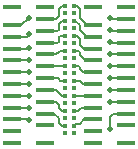
<source format=gbr>
G04 #@! TF.FileFunction,Copper,L2,Bot,Signal*
%FSLAX46Y46*%
G04 Gerber Fmt 4.6, Leading zero omitted, Abs format (unit mm)*
G04 Created by KiCad (PCBNEW 4.0.7) date 07/03/18 10:48:42*
%MOMM*%
%LPD*%
G01*
G04 APERTURE LIST*
%ADD10C,0.100000*%
%ADD11R,1.500000X0.400000*%
%ADD12C,0.431800*%
%ADD13C,0.497840*%
%ADD14C,0.203200*%
G04 APERTURE END LIST*
D10*
D11*
X156349000Y-114132000D03*
X153549000Y-114132000D03*
X153549000Y-102632000D03*
X156349000Y-103632000D03*
X156349000Y-104632000D03*
X156349000Y-105632000D03*
X156349000Y-106632000D03*
X156349000Y-107632000D03*
X156349000Y-108632000D03*
X156349000Y-109632000D03*
X156349000Y-110632000D03*
X156349000Y-111632000D03*
X156349000Y-112632000D03*
X153549000Y-104132000D03*
X153549000Y-105132000D03*
X153549000Y-106132000D03*
X153549000Y-107132000D03*
X153549000Y-108132000D03*
X153549000Y-109132000D03*
X153549000Y-110132000D03*
X153549000Y-111132000D03*
X153549000Y-112132000D03*
X153549000Y-113132000D03*
X156349000Y-102632000D03*
X149491000Y-114132000D03*
X146691000Y-114132000D03*
X146691000Y-102632000D03*
X149491000Y-103632000D03*
X149491000Y-104632000D03*
X149491000Y-105632000D03*
X149491000Y-106632000D03*
X149491000Y-107632000D03*
X149491000Y-108632000D03*
X149491000Y-109632000D03*
X149491000Y-110632000D03*
X149491000Y-111632000D03*
X149491000Y-112632000D03*
X146691000Y-104132000D03*
X146691000Y-105132000D03*
X146691000Y-106132000D03*
X146691000Y-107132000D03*
X146691000Y-108132000D03*
X146691000Y-109132000D03*
X146691000Y-110132000D03*
X146691000Y-111132000D03*
X146691000Y-112132000D03*
X146691000Y-113132000D03*
X149491000Y-102632000D03*
D12*
X151892000Y-102489000D03*
X151130000Y-102489000D03*
X151892000Y-103124000D03*
X151130000Y-103124000D03*
X151892000Y-103759000D03*
X151130000Y-103759000D03*
X151892000Y-104394000D03*
X151130000Y-104394000D03*
X151892000Y-105029000D03*
X151130000Y-105029000D03*
X151892000Y-105664000D03*
X151130000Y-105664000D03*
X151892000Y-106299000D03*
X151130000Y-106299000D03*
X151892000Y-106934000D03*
X151130000Y-106934000D03*
X151892000Y-107569000D03*
X151130000Y-107569000D03*
X151892000Y-108204000D03*
X151130000Y-108204000D03*
X151892000Y-108839000D03*
X151130000Y-108839000D03*
X151892000Y-109474000D03*
X151130000Y-109474000D03*
X151892000Y-110109000D03*
X151130000Y-110109000D03*
X151892000Y-110744000D03*
X151130000Y-110744000D03*
X151892000Y-111379000D03*
X151130000Y-111379000D03*
X151892000Y-112014000D03*
X151130000Y-112014000D03*
X151892000Y-112649000D03*
X151130000Y-112649000D03*
X151892000Y-113284000D03*
X151130000Y-113284000D03*
D13*
X154940000Y-103505000D03*
X154940000Y-104521000D03*
X154940000Y-105537000D03*
X154940000Y-106553000D03*
X154940000Y-107569000D03*
X154940000Y-108585000D03*
X154940000Y-109601000D03*
X154940000Y-110617000D03*
X154940000Y-112903000D03*
X148082000Y-103505000D03*
X148082000Y-104902000D03*
X148082000Y-106045000D03*
X148082000Y-107061000D03*
X148082000Y-108077000D03*
X148082000Y-109093000D03*
X148082000Y-110109000D03*
X148082000Y-111125000D03*
X148082000Y-112141000D03*
D14*
X156349000Y-103632000D02*
X155067000Y-103632000D01*
X155067000Y-103632000D02*
X154940000Y-103505000D01*
X156349000Y-104632000D02*
X155051000Y-104632000D01*
X155051000Y-104632000D02*
X154940000Y-104521000D01*
X156349000Y-105632000D02*
X155035000Y-105632000D01*
X155035000Y-105632000D02*
X154940000Y-105537000D01*
X156349000Y-106632000D02*
X155019000Y-106632000D01*
X155019000Y-106632000D02*
X154940000Y-106553000D01*
X156349000Y-107632000D02*
X155003000Y-107632000D01*
X155003000Y-107632000D02*
X154940000Y-107569000D01*
X156349000Y-108632000D02*
X154987000Y-108632000D01*
X154987000Y-108632000D02*
X154940000Y-108585000D01*
X156349000Y-109632000D02*
X154971000Y-109632000D01*
X154971000Y-109632000D02*
X154940000Y-109601000D01*
X154955000Y-110632000D02*
X156349000Y-110632000D01*
X154940000Y-110617000D02*
X154955000Y-110632000D01*
X155195000Y-111632000D02*
X156349000Y-111632000D01*
X154940000Y-111887000D02*
X155195000Y-111632000D01*
X154940000Y-112903000D02*
X154940000Y-111887000D01*
X153549000Y-104132000D02*
X153027000Y-104132000D01*
X153027000Y-104132000D02*
X152400000Y-103505000D01*
X152400000Y-103505000D02*
X152400000Y-102743000D01*
X152400000Y-102743000D02*
X152146000Y-102489000D01*
X152146000Y-102489000D02*
X151892000Y-102489000D01*
X153549000Y-105132000D02*
X153011000Y-105132000D01*
X153011000Y-105132000D02*
X152400000Y-104521000D01*
X152400000Y-104521000D02*
X152400000Y-104140000D01*
X152400000Y-104140000D02*
X152019000Y-103759000D01*
X152019000Y-103759000D02*
X151892000Y-103759000D01*
X153549000Y-106132000D02*
X152741000Y-106132000D01*
X152146000Y-105029000D02*
X151892000Y-105029000D01*
X152400000Y-105283000D02*
X152146000Y-105029000D01*
X152400000Y-105791000D02*
X152400000Y-105283000D01*
X152741000Y-106132000D02*
X152400000Y-105791000D01*
X153549000Y-107132000D02*
X152852000Y-107132000D01*
X152852000Y-107132000D02*
X152400000Y-106680000D01*
X152400000Y-106680000D02*
X152400000Y-106426000D01*
X152400000Y-106426000D02*
X152273000Y-106299000D01*
X152273000Y-106299000D02*
X151892000Y-106299000D01*
X153549000Y-108132000D02*
X152709000Y-108132000D01*
X152273000Y-107569000D02*
X151892000Y-107569000D01*
X152400000Y-107696000D02*
X152273000Y-107569000D01*
X152400000Y-107823000D02*
X152400000Y-107696000D01*
X152709000Y-108132000D02*
X152400000Y-107823000D01*
X153549000Y-109132000D02*
X152693000Y-109132000D01*
X152400000Y-108839000D02*
X151892000Y-108839000D01*
X152693000Y-109132000D02*
X152400000Y-108839000D01*
X153549000Y-110132000D02*
X151915000Y-110132000D01*
X151915000Y-110132000D02*
X151892000Y-110109000D01*
X153549000Y-111132000D02*
X152520000Y-111132000D01*
X152273000Y-111379000D02*
X151892000Y-111379000D01*
X152520000Y-111132000D02*
X152273000Y-111379000D01*
X153549000Y-112132000D02*
X152790000Y-112132000D01*
X152400000Y-112522000D02*
X152019000Y-112522000D01*
X152790000Y-112132000D02*
X152400000Y-112522000D01*
X152019000Y-112522000D02*
X151892000Y-112649000D01*
X149491000Y-103632000D02*
X150368000Y-103632000D01*
X150876000Y-102489000D02*
X151130000Y-102489000D01*
X150622000Y-102743000D02*
X150876000Y-102489000D01*
X150622000Y-103378000D02*
X150622000Y-102743000D01*
X150368000Y-103632000D02*
X150622000Y-103378000D01*
X149491000Y-104632000D02*
X150511000Y-104632000D01*
X150876000Y-103759000D02*
X151130000Y-103759000D01*
X150622000Y-104013000D02*
X150876000Y-103759000D01*
X150622000Y-104521000D02*
X150622000Y-104013000D01*
X150511000Y-104632000D02*
X150622000Y-104521000D01*
X149491000Y-105632000D02*
X150527000Y-105632000D01*
X150749000Y-105029000D02*
X151130000Y-105029000D01*
X150622000Y-105156000D02*
X150749000Y-105029000D01*
X150622000Y-105537000D02*
X150622000Y-105156000D01*
X150527000Y-105632000D02*
X150622000Y-105537000D01*
X149491000Y-106632000D02*
X150416000Y-106632000D01*
X150749000Y-106299000D02*
X151130000Y-106299000D01*
X150622000Y-106426000D02*
X150749000Y-106299000D01*
X150416000Y-106632000D02*
X150622000Y-106426000D01*
X149491000Y-107632000D02*
X151067000Y-107632000D01*
X151067000Y-107632000D02*
X151130000Y-107569000D01*
X149491000Y-108632000D02*
X150542000Y-108632000D01*
X150749000Y-108839000D02*
X151130000Y-108839000D01*
X150622000Y-108712000D02*
X150749000Y-108839000D01*
X150542000Y-108632000D02*
X150622000Y-108712000D01*
X149491000Y-109632000D02*
X150399000Y-109632000D01*
X150876000Y-110109000D02*
X151130000Y-110109000D01*
X150399000Y-109632000D02*
X150876000Y-110109000D01*
X149491000Y-110632000D02*
X150383000Y-110632000D01*
X150876000Y-111379000D02*
X151130000Y-111379000D01*
X150622000Y-111125000D02*
X150876000Y-111379000D01*
X150622000Y-110871000D02*
X150622000Y-111125000D01*
X150383000Y-110632000D02*
X150622000Y-110871000D01*
X149491000Y-111632000D02*
X150240000Y-111632000D01*
X150240000Y-111632000D02*
X150622000Y-112014000D01*
X150622000Y-112014000D02*
X150622000Y-112395000D01*
X150622000Y-112395000D02*
X150876000Y-112649000D01*
X150876000Y-112649000D02*
X151130000Y-112649000D01*
X146691000Y-104132000D02*
X147455000Y-104132000D01*
X147455000Y-104132000D02*
X148082000Y-103505000D01*
X146691000Y-105132000D02*
X147979000Y-105132000D01*
X148082000Y-105029000D02*
X148082000Y-104902000D01*
X147979000Y-105132000D02*
X148082000Y-105029000D01*
X146691000Y-106132000D02*
X147995000Y-106132000D01*
X147995000Y-106132000D02*
X148082000Y-106045000D01*
X146691000Y-107132000D02*
X148011000Y-107132000D01*
X148011000Y-107132000D02*
X148082000Y-107061000D01*
X146691000Y-108132000D02*
X148027000Y-108132000D01*
X148027000Y-108132000D02*
X148082000Y-108077000D01*
X146691000Y-109132000D02*
X148043000Y-109132000D01*
X148043000Y-109132000D02*
X148082000Y-109093000D01*
X146691000Y-110132000D02*
X148059000Y-110132000D01*
X148059000Y-110132000D02*
X148082000Y-110109000D01*
X146691000Y-111132000D02*
X148075000Y-111132000D01*
X148075000Y-111132000D02*
X148082000Y-111125000D01*
X146691000Y-112132000D02*
X148073000Y-112132000D01*
X148073000Y-112132000D02*
X148082000Y-112141000D01*
M02*

</source>
